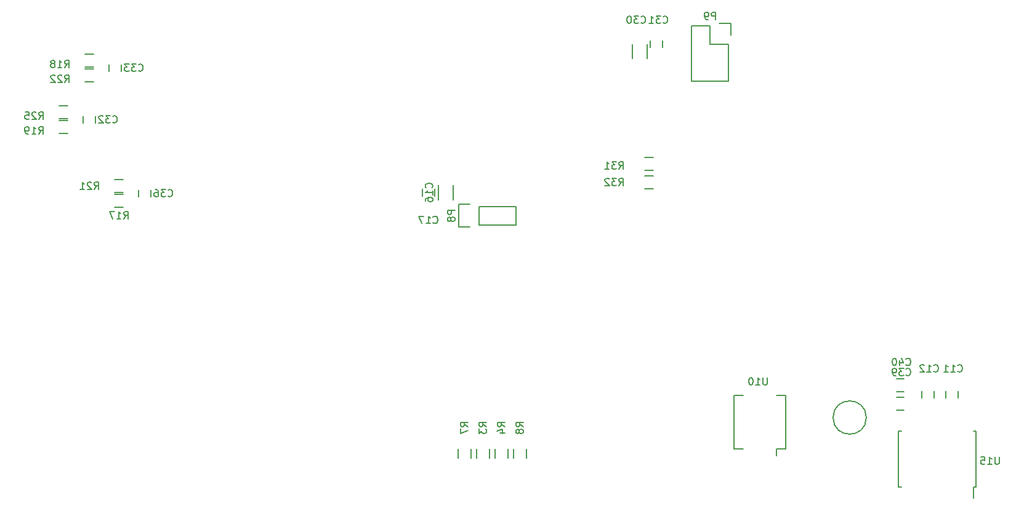
<source format=gbo>
G04 #@! TF.FileFunction,Legend,Bot*
%FSLAX46Y46*%
G04 Gerber Fmt 4.6, Leading zero omitted, Abs format (unit mm)*
G04 Created by KiCad (PCBNEW (2015-06-14 BZR 5748)-product) date Monday, August 03, 2015 'AMt' 10:40:36 AM*
%MOMM*%
G01*
G04 APERTURE LIST*
%ADD10C,0.100000*%
%ADD11C,0.150000*%
G04 APERTURE END LIST*
D10*
D11*
X249516000Y-72906000D02*
X249516000Y-73906000D01*
X247816000Y-73906000D02*
X247816000Y-72906000D01*
X246214000Y-72906000D02*
X246214000Y-73906000D01*
X244514000Y-73906000D02*
X244514000Y-72906000D01*
X175807000Y-46093000D02*
X175807000Y-45093000D01*
X177507000Y-45093000D02*
X177507000Y-46093000D01*
X204715000Y-27162000D02*
X204715000Y-25162000D01*
X206765000Y-25162000D02*
X206765000Y-27162000D01*
X207176000Y-25646000D02*
X207176000Y-24646000D01*
X208876000Y-24646000D02*
X208876000Y-25646000D01*
X129198000Y-36060000D02*
X129198000Y-35060000D01*
X130898000Y-35060000D02*
X130898000Y-36060000D01*
X134454000Y-27948000D02*
X134454000Y-28948000D01*
X132754000Y-28948000D02*
X132754000Y-27948000D01*
X136818000Y-46220000D02*
X136818000Y-45220000D01*
X138518000Y-45220000D02*
X138518000Y-46220000D01*
X217932000Y-25146000D02*
X217932000Y-30226000D01*
X218212000Y-22326000D02*
X216662000Y-22326000D01*
X215392000Y-22606000D02*
X215392000Y-25146000D01*
X215392000Y-25146000D02*
X217932000Y-25146000D01*
X217932000Y-30226000D02*
X212852000Y-30226000D01*
X212852000Y-30226000D02*
X212852000Y-25146000D01*
X218212000Y-22326000D02*
X218212000Y-23876000D01*
X212852000Y-22606000D02*
X215392000Y-22606000D01*
X212852000Y-25146000D02*
X212852000Y-22606000D01*
X185025000Y-82134000D02*
X185025000Y-80934000D01*
X183275000Y-80934000D02*
X183275000Y-82134000D01*
X187565000Y-82134000D02*
X187565000Y-80934000D01*
X185815000Y-80934000D02*
X185815000Y-82134000D01*
X180735000Y-80934000D02*
X180735000Y-82134000D01*
X182485000Y-82134000D02*
X182485000Y-80934000D01*
X188355000Y-80934000D02*
X188355000Y-82134000D01*
X190105000Y-82134000D02*
X190105000Y-80934000D01*
X133512000Y-47611000D02*
X134712000Y-47611000D01*
X134712000Y-45861000D02*
X133512000Y-45861000D01*
X129448000Y-28307000D02*
X130648000Y-28307000D01*
X130648000Y-26557000D02*
X129448000Y-26557000D01*
X125892000Y-37451000D02*
X127092000Y-37451000D01*
X127092000Y-35701000D02*
X125892000Y-35701000D01*
X133512000Y-45579000D02*
X134712000Y-45579000D01*
X134712000Y-43829000D02*
X133512000Y-43829000D01*
X129448000Y-30339000D02*
X130648000Y-30339000D01*
X130648000Y-28589000D02*
X129448000Y-28589000D01*
X125892000Y-35419000D02*
X127092000Y-35419000D01*
X127092000Y-33669000D02*
X125892000Y-33669000D01*
X207610000Y-40781000D02*
X206410000Y-40781000D01*
X206410000Y-42531000D02*
X207610000Y-42531000D01*
X207610000Y-43321000D02*
X206410000Y-43321000D01*
X206410000Y-45071000D02*
X207610000Y-45071000D01*
X225815000Y-80891000D02*
X224545000Y-80891000D01*
X225815000Y-73541000D02*
X224545000Y-73541000D01*
X218685000Y-73541000D02*
X219955000Y-73541000D01*
X218685000Y-80891000D02*
X219955000Y-80891000D01*
X225815000Y-80891000D02*
X225815000Y-73541000D01*
X218685000Y-80891000D02*
X218685000Y-73541000D01*
X224545000Y-80891000D02*
X224545000Y-81826000D01*
X183642000Y-47498000D02*
X188722000Y-47498000D01*
X188722000Y-47498000D02*
X188722000Y-50038000D01*
X188722000Y-50038000D02*
X183642000Y-50038000D01*
X180822000Y-50318000D02*
X182372000Y-50318000D01*
X183642000Y-50038000D02*
X183642000Y-47498000D01*
X182372000Y-47218000D02*
X180822000Y-47218000D01*
X180822000Y-47218000D02*
X180822000Y-50318000D01*
X241054000Y-73826000D02*
X242054000Y-73826000D01*
X242054000Y-75526000D02*
X241054000Y-75526000D01*
X241054000Y-71286000D02*
X242054000Y-71286000D01*
X242054000Y-72986000D02*
X241054000Y-72986000D01*
X251959000Y-86171000D02*
X251604000Y-86171000D01*
X251959000Y-78421000D02*
X251604000Y-78421000D01*
X241309000Y-78421000D02*
X241664000Y-78421000D01*
X241309000Y-86171000D02*
X241664000Y-86171000D01*
X251959000Y-86171000D02*
X251959000Y-78421000D01*
X241309000Y-86171000D02*
X241309000Y-78421000D01*
X251604000Y-86171000D02*
X251604000Y-87696000D01*
X178045000Y-46593000D02*
X178045000Y-44593000D01*
X180095000Y-44593000D02*
X180095000Y-46593000D01*
X236855000Y-76581000D02*
G75*
G03X236855000Y-76581000I-2286000J0D01*
G01*
X249435857Y-70207143D02*
X249483476Y-70254762D01*
X249626333Y-70302381D01*
X249721571Y-70302381D01*
X249864429Y-70254762D01*
X249959667Y-70159524D01*
X250007286Y-70064286D01*
X250054905Y-69873810D01*
X250054905Y-69730952D01*
X250007286Y-69540476D01*
X249959667Y-69445238D01*
X249864429Y-69350000D01*
X249721571Y-69302381D01*
X249626333Y-69302381D01*
X249483476Y-69350000D01*
X249435857Y-69397619D01*
X248483476Y-70302381D02*
X249054905Y-70302381D01*
X248769191Y-70302381D02*
X248769191Y-69302381D01*
X248864429Y-69445238D01*
X248959667Y-69540476D01*
X249054905Y-69588095D01*
X247531095Y-70302381D02*
X248102524Y-70302381D01*
X247816810Y-70302381D02*
X247816810Y-69302381D01*
X247912048Y-69445238D01*
X248007286Y-69540476D01*
X248102524Y-69588095D01*
X246133857Y-70207143D02*
X246181476Y-70254762D01*
X246324333Y-70302381D01*
X246419571Y-70302381D01*
X246562429Y-70254762D01*
X246657667Y-70159524D01*
X246705286Y-70064286D01*
X246752905Y-69873810D01*
X246752905Y-69730952D01*
X246705286Y-69540476D01*
X246657667Y-69445238D01*
X246562429Y-69350000D01*
X246419571Y-69302381D01*
X246324333Y-69302381D01*
X246181476Y-69350000D01*
X246133857Y-69397619D01*
X245181476Y-70302381D02*
X245752905Y-70302381D01*
X245467191Y-70302381D02*
X245467191Y-69302381D01*
X245562429Y-69445238D01*
X245657667Y-69540476D01*
X245752905Y-69588095D01*
X244800524Y-69397619D02*
X244752905Y-69350000D01*
X244657667Y-69302381D01*
X244419571Y-69302381D01*
X244324333Y-69350000D01*
X244276714Y-69397619D01*
X244229095Y-69492857D01*
X244229095Y-69588095D01*
X244276714Y-69730952D01*
X244848143Y-70302381D01*
X244229095Y-70302381D01*
X177299857Y-49760143D02*
X177347476Y-49807762D01*
X177490333Y-49855381D01*
X177585571Y-49855381D01*
X177728429Y-49807762D01*
X177823667Y-49712524D01*
X177871286Y-49617286D01*
X177918905Y-49426810D01*
X177918905Y-49283952D01*
X177871286Y-49093476D01*
X177823667Y-48998238D01*
X177728429Y-48903000D01*
X177585571Y-48855381D01*
X177490333Y-48855381D01*
X177347476Y-48903000D01*
X177299857Y-48950619D01*
X176347476Y-49855381D02*
X176918905Y-49855381D01*
X176633191Y-49855381D02*
X176633191Y-48855381D01*
X176728429Y-48998238D01*
X176823667Y-49093476D01*
X176918905Y-49141095D01*
X176014143Y-48855381D02*
X175347476Y-48855381D01*
X175776048Y-49855381D01*
X205874857Y-22201143D02*
X205922476Y-22248762D01*
X206065333Y-22296381D01*
X206160571Y-22296381D01*
X206303429Y-22248762D01*
X206398667Y-22153524D01*
X206446286Y-22058286D01*
X206493905Y-21867810D01*
X206493905Y-21724952D01*
X206446286Y-21534476D01*
X206398667Y-21439238D01*
X206303429Y-21344000D01*
X206160571Y-21296381D01*
X206065333Y-21296381D01*
X205922476Y-21344000D01*
X205874857Y-21391619D01*
X205541524Y-21296381D02*
X204922476Y-21296381D01*
X205255810Y-21677333D01*
X205112952Y-21677333D01*
X205017714Y-21724952D01*
X204970095Y-21772571D01*
X204922476Y-21867810D01*
X204922476Y-22105905D01*
X204970095Y-22201143D01*
X205017714Y-22248762D01*
X205112952Y-22296381D01*
X205398667Y-22296381D01*
X205493905Y-22248762D01*
X205541524Y-22201143D01*
X204303429Y-21296381D02*
X204208190Y-21296381D01*
X204112952Y-21344000D01*
X204065333Y-21391619D01*
X204017714Y-21486857D01*
X203970095Y-21677333D01*
X203970095Y-21915429D01*
X204017714Y-22105905D01*
X204065333Y-22201143D01*
X204112952Y-22248762D01*
X204208190Y-22296381D01*
X204303429Y-22296381D01*
X204398667Y-22248762D01*
X204446286Y-22201143D01*
X204493905Y-22105905D01*
X204541524Y-21915429D01*
X204541524Y-21677333D01*
X204493905Y-21486857D01*
X204446286Y-21391619D01*
X204398667Y-21344000D01*
X204303429Y-21296381D01*
X208922857Y-22201143D02*
X208970476Y-22248762D01*
X209113333Y-22296381D01*
X209208571Y-22296381D01*
X209351429Y-22248762D01*
X209446667Y-22153524D01*
X209494286Y-22058286D01*
X209541905Y-21867810D01*
X209541905Y-21724952D01*
X209494286Y-21534476D01*
X209446667Y-21439238D01*
X209351429Y-21344000D01*
X209208571Y-21296381D01*
X209113333Y-21296381D01*
X208970476Y-21344000D01*
X208922857Y-21391619D01*
X208589524Y-21296381D02*
X207970476Y-21296381D01*
X208303810Y-21677333D01*
X208160952Y-21677333D01*
X208065714Y-21724952D01*
X208018095Y-21772571D01*
X207970476Y-21867810D01*
X207970476Y-22105905D01*
X208018095Y-22201143D01*
X208065714Y-22248762D01*
X208160952Y-22296381D01*
X208446667Y-22296381D01*
X208541905Y-22248762D01*
X208589524Y-22201143D01*
X207018095Y-22296381D02*
X207589524Y-22296381D01*
X207303810Y-22296381D02*
X207303810Y-21296381D01*
X207399048Y-21439238D01*
X207494286Y-21534476D01*
X207589524Y-21582095D01*
X133230857Y-35917143D02*
X133278476Y-35964762D01*
X133421333Y-36012381D01*
X133516571Y-36012381D01*
X133659429Y-35964762D01*
X133754667Y-35869524D01*
X133802286Y-35774286D01*
X133849905Y-35583810D01*
X133849905Y-35440952D01*
X133802286Y-35250476D01*
X133754667Y-35155238D01*
X133659429Y-35060000D01*
X133516571Y-35012381D01*
X133421333Y-35012381D01*
X133278476Y-35060000D01*
X133230857Y-35107619D01*
X132897524Y-35012381D02*
X132278476Y-35012381D01*
X132611810Y-35393333D01*
X132468952Y-35393333D01*
X132373714Y-35440952D01*
X132326095Y-35488571D01*
X132278476Y-35583810D01*
X132278476Y-35821905D01*
X132326095Y-35917143D01*
X132373714Y-35964762D01*
X132468952Y-36012381D01*
X132754667Y-36012381D01*
X132849905Y-35964762D01*
X132897524Y-35917143D01*
X131897524Y-35107619D02*
X131849905Y-35060000D01*
X131754667Y-35012381D01*
X131516571Y-35012381D01*
X131421333Y-35060000D01*
X131373714Y-35107619D01*
X131326095Y-35202857D01*
X131326095Y-35298095D01*
X131373714Y-35440952D01*
X131945143Y-36012381D01*
X131326095Y-36012381D01*
X136786857Y-28805143D02*
X136834476Y-28852762D01*
X136977333Y-28900381D01*
X137072571Y-28900381D01*
X137215429Y-28852762D01*
X137310667Y-28757524D01*
X137358286Y-28662286D01*
X137405905Y-28471810D01*
X137405905Y-28328952D01*
X137358286Y-28138476D01*
X137310667Y-28043238D01*
X137215429Y-27948000D01*
X137072571Y-27900381D01*
X136977333Y-27900381D01*
X136834476Y-27948000D01*
X136786857Y-27995619D01*
X136453524Y-27900381D02*
X135834476Y-27900381D01*
X136167810Y-28281333D01*
X136024952Y-28281333D01*
X135929714Y-28328952D01*
X135882095Y-28376571D01*
X135834476Y-28471810D01*
X135834476Y-28709905D01*
X135882095Y-28805143D01*
X135929714Y-28852762D01*
X136024952Y-28900381D01*
X136310667Y-28900381D01*
X136405905Y-28852762D01*
X136453524Y-28805143D01*
X135501143Y-27900381D02*
X134882095Y-27900381D01*
X135215429Y-28281333D01*
X135072571Y-28281333D01*
X134977333Y-28328952D01*
X134929714Y-28376571D01*
X134882095Y-28471810D01*
X134882095Y-28709905D01*
X134929714Y-28805143D01*
X134977333Y-28852762D01*
X135072571Y-28900381D01*
X135358286Y-28900381D01*
X135453524Y-28852762D01*
X135501143Y-28805143D01*
X140850857Y-46077143D02*
X140898476Y-46124762D01*
X141041333Y-46172381D01*
X141136571Y-46172381D01*
X141279429Y-46124762D01*
X141374667Y-46029524D01*
X141422286Y-45934286D01*
X141469905Y-45743810D01*
X141469905Y-45600952D01*
X141422286Y-45410476D01*
X141374667Y-45315238D01*
X141279429Y-45220000D01*
X141136571Y-45172381D01*
X141041333Y-45172381D01*
X140898476Y-45220000D01*
X140850857Y-45267619D01*
X140517524Y-45172381D02*
X139898476Y-45172381D01*
X140231810Y-45553333D01*
X140088952Y-45553333D01*
X139993714Y-45600952D01*
X139946095Y-45648571D01*
X139898476Y-45743810D01*
X139898476Y-45981905D01*
X139946095Y-46077143D01*
X139993714Y-46124762D01*
X140088952Y-46172381D01*
X140374667Y-46172381D01*
X140469905Y-46124762D01*
X140517524Y-46077143D01*
X139041333Y-45172381D02*
X139231810Y-45172381D01*
X139327048Y-45220000D01*
X139374667Y-45267619D01*
X139469905Y-45410476D01*
X139517524Y-45600952D01*
X139517524Y-45981905D01*
X139469905Y-46077143D01*
X139422286Y-46124762D01*
X139327048Y-46172381D01*
X139136571Y-46172381D01*
X139041333Y-46124762D01*
X138993714Y-46077143D01*
X138946095Y-45981905D01*
X138946095Y-45743810D01*
X138993714Y-45648571D01*
X139041333Y-45600952D01*
X139136571Y-45553333D01*
X139327048Y-45553333D01*
X139422286Y-45600952D01*
X139469905Y-45648571D01*
X139517524Y-45743810D01*
X216130095Y-21788381D02*
X216130095Y-20788381D01*
X215749142Y-20788381D01*
X215653904Y-20836000D01*
X215606285Y-20883619D01*
X215558666Y-20978857D01*
X215558666Y-21121714D01*
X215606285Y-21216952D01*
X215653904Y-21264571D01*
X215749142Y-21312190D01*
X216130095Y-21312190D01*
X215082476Y-21788381D02*
X214892000Y-21788381D01*
X214796761Y-21740762D01*
X214749142Y-21693143D01*
X214653904Y-21550286D01*
X214606285Y-21359810D01*
X214606285Y-20978857D01*
X214653904Y-20883619D01*
X214701523Y-20836000D01*
X214796761Y-20788381D01*
X214987238Y-20788381D01*
X215082476Y-20836000D01*
X215130095Y-20883619D01*
X215177714Y-20978857D01*
X215177714Y-21216952D01*
X215130095Y-21312190D01*
X215082476Y-21359810D01*
X214987238Y-21407429D01*
X214796761Y-21407429D01*
X214701523Y-21359810D01*
X214653904Y-21312190D01*
X214606285Y-21216952D01*
X184602381Y-77811334D02*
X184126190Y-77478000D01*
X184602381Y-77239905D02*
X183602381Y-77239905D01*
X183602381Y-77620858D01*
X183650000Y-77716096D01*
X183697619Y-77763715D01*
X183792857Y-77811334D01*
X183935714Y-77811334D01*
X184030952Y-77763715D01*
X184078571Y-77716096D01*
X184126190Y-77620858D01*
X184126190Y-77239905D01*
X183602381Y-78144667D02*
X183602381Y-78763715D01*
X183983333Y-78430381D01*
X183983333Y-78573239D01*
X184030952Y-78668477D01*
X184078571Y-78716096D01*
X184173810Y-78763715D01*
X184411905Y-78763715D01*
X184507143Y-78716096D01*
X184554762Y-78668477D01*
X184602381Y-78573239D01*
X184602381Y-78287524D01*
X184554762Y-78192286D01*
X184507143Y-78144667D01*
X187142381Y-77811334D02*
X186666190Y-77478000D01*
X187142381Y-77239905D02*
X186142381Y-77239905D01*
X186142381Y-77620858D01*
X186190000Y-77716096D01*
X186237619Y-77763715D01*
X186332857Y-77811334D01*
X186475714Y-77811334D01*
X186570952Y-77763715D01*
X186618571Y-77716096D01*
X186666190Y-77620858D01*
X186666190Y-77239905D01*
X186475714Y-78668477D02*
X187142381Y-78668477D01*
X186094762Y-78430381D02*
X186809048Y-78192286D01*
X186809048Y-78811334D01*
X182062381Y-77811334D02*
X181586190Y-77478000D01*
X182062381Y-77239905D02*
X181062381Y-77239905D01*
X181062381Y-77620858D01*
X181110000Y-77716096D01*
X181157619Y-77763715D01*
X181252857Y-77811334D01*
X181395714Y-77811334D01*
X181490952Y-77763715D01*
X181538571Y-77716096D01*
X181586190Y-77620858D01*
X181586190Y-77239905D01*
X181062381Y-78144667D02*
X181062381Y-78811334D01*
X182062381Y-78382762D01*
X189682381Y-77811334D02*
X189206190Y-77478000D01*
X189682381Y-77239905D02*
X188682381Y-77239905D01*
X188682381Y-77620858D01*
X188730000Y-77716096D01*
X188777619Y-77763715D01*
X188872857Y-77811334D01*
X189015714Y-77811334D01*
X189110952Y-77763715D01*
X189158571Y-77716096D01*
X189206190Y-77620858D01*
X189206190Y-77239905D01*
X189110952Y-78382762D02*
X189063333Y-78287524D01*
X189015714Y-78239905D01*
X188920476Y-78192286D01*
X188872857Y-78192286D01*
X188777619Y-78239905D01*
X188730000Y-78287524D01*
X188682381Y-78382762D01*
X188682381Y-78573239D01*
X188730000Y-78668477D01*
X188777619Y-78716096D01*
X188872857Y-78763715D01*
X188920476Y-78763715D01*
X189015714Y-78716096D01*
X189063333Y-78668477D01*
X189110952Y-78573239D01*
X189110952Y-78382762D01*
X189158571Y-78287524D01*
X189206190Y-78239905D01*
X189301429Y-78192286D01*
X189491905Y-78192286D01*
X189587143Y-78239905D01*
X189634762Y-78287524D01*
X189682381Y-78382762D01*
X189682381Y-78573239D01*
X189634762Y-78668477D01*
X189587143Y-78716096D01*
X189491905Y-78763715D01*
X189301429Y-78763715D01*
X189206190Y-78716096D01*
X189158571Y-78668477D01*
X189110952Y-78573239D01*
X134754857Y-49220381D02*
X135088191Y-48744190D01*
X135326286Y-49220381D02*
X135326286Y-48220381D01*
X134945333Y-48220381D01*
X134850095Y-48268000D01*
X134802476Y-48315619D01*
X134754857Y-48410857D01*
X134754857Y-48553714D01*
X134802476Y-48648952D01*
X134850095Y-48696571D01*
X134945333Y-48744190D01*
X135326286Y-48744190D01*
X133802476Y-49220381D02*
X134373905Y-49220381D01*
X134088191Y-49220381D02*
X134088191Y-48220381D01*
X134183429Y-48363238D01*
X134278667Y-48458476D01*
X134373905Y-48506095D01*
X133469143Y-48220381D02*
X132802476Y-48220381D01*
X133231048Y-49220381D01*
X126626857Y-28392381D02*
X126960191Y-27916190D01*
X127198286Y-28392381D02*
X127198286Y-27392381D01*
X126817333Y-27392381D01*
X126722095Y-27440000D01*
X126674476Y-27487619D01*
X126626857Y-27582857D01*
X126626857Y-27725714D01*
X126674476Y-27820952D01*
X126722095Y-27868571D01*
X126817333Y-27916190D01*
X127198286Y-27916190D01*
X125674476Y-28392381D02*
X126245905Y-28392381D01*
X125960191Y-28392381D02*
X125960191Y-27392381D01*
X126055429Y-27535238D01*
X126150667Y-27630476D01*
X126245905Y-27678095D01*
X125103048Y-27820952D02*
X125198286Y-27773333D01*
X125245905Y-27725714D01*
X125293524Y-27630476D01*
X125293524Y-27582857D01*
X125245905Y-27487619D01*
X125198286Y-27440000D01*
X125103048Y-27392381D01*
X124912571Y-27392381D01*
X124817333Y-27440000D01*
X124769714Y-27487619D01*
X124722095Y-27582857D01*
X124722095Y-27630476D01*
X124769714Y-27725714D01*
X124817333Y-27773333D01*
X124912571Y-27820952D01*
X125103048Y-27820952D01*
X125198286Y-27868571D01*
X125245905Y-27916190D01*
X125293524Y-28011429D01*
X125293524Y-28201905D01*
X125245905Y-28297143D01*
X125198286Y-28344762D01*
X125103048Y-28392381D01*
X124912571Y-28392381D01*
X124817333Y-28344762D01*
X124769714Y-28297143D01*
X124722095Y-28201905D01*
X124722095Y-28011429D01*
X124769714Y-27916190D01*
X124817333Y-27868571D01*
X124912571Y-27820952D01*
X123070857Y-37536381D02*
X123404191Y-37060190D01*
X123642286Y-37536381D02*
X123642286Y-36536381D01*
X123261333Y-36536381D01*
X123166095Y-36584000D01*
X123118476Y-36631619D01*
X123070857Y-36726857D01*
X123070857Y-36869714D01*
X123118476Y-36964952D01*
X123166095Y-37012571D01*
X123261333Y-37060190D01*
X123642286Y-37060190D01*
X122118476Y-37536381D02*
X122689905Y-37536381D01*
X122404191Y-37536381D02*
X122404191Y-36536381D01*
X122499429Y-36679238D01*
X122594667Y-36774476D01*
X122689905Y-36822095D01*
X121642286Y-37536381D02*
X121451810Y-37536381D01*
X121356571Y-37488762D01*
X121308952Y-37441143D01*
X121213714Y-37298286D01*
X121166095Y-37107810D01*
X121166095Y-36726857D01*
X121213714Y-36631619D01*
X121261333Y-36584000D01*
X121356571Y-36536381D01*
X121547048Y-36536381D01*
X121642286Y-36584000D01*
X121689905Y-36631619D01*
X121737524Y-36726857D01*
X121737524Y-36964952D01*
X121689905Y-37060190D01*
X121642286Y-37107810D01*
X121547048Y-37155429D01*
X121356571Y-37155429D01*
X121261333Y-37107810D01*
X121213714Y-37060190D01*
X121166095Y-36964952D01*
X130690857Y-45156381D02*
X131024191Y-44680190D01*
X131262286Y-45156381D02*
X131262286Y-44156381D01*
X130881333Y-44156381D01*
X130786095Y-44204000D01*
X130738476Y-44251619D01*
X130690857Y-44346857D01*
X130690857Y-44489714D01*
X130738476Y-44584952D01*
X130786095Y-44632571D01*
X130881333Y-44680190D01*
X131262286Y-44680190D01*
X130309905Y-44251619D02*
X130262286Y-44204000D01*
X130167048Y-44156381D01*
X129928952Y-44156381D01*
X129833714Y-44204000D01*
X129786095Y-44251619D01*
X129738476Y-44346857D01*
X129738476Y-44442095D01*
X129786095Y-44584952D01*
X130357524Y-45156381D01*
X129738476Y-45156381D01*
X128786095Y-45156381D02*
X129357524Y-45156381D01*
X129071810Y-45156381D02*
X129071810Y-44156381D01*
X129167048Y-44299238D01*
X129262286Y-44394476D01*
X129357524Y-44442095D01*
X126626857Y-30424381D02*
X126960191Y-29948190D01*
X127198286Y-30424381D02*
X127198286Y-29424381D01*
X126817333Y-29424381D01*
X126722095Y-29472000D01*
X126674476Y-29519619D01*
X126626857Y-29614857D01*
X126626857Y-29757714D01*
X126674476Y-29852952D01*
X126722095Y-29900571D01*
X126817333Y-29948190D01*
X127198286Y-29948190D01*
X126245905Y-29519619D02*
X126198286Y-29472000D01*
X126103048Y-29424381D01*
X125864952Y-29424381D01*
X125769714Y-29472000D01*
X125722095Y-29519619D01*
X125674476Y-29614857D01*
X125674476Y-29710095D01*
X125722095Y-29852952D01*
X126293524Y-30424381D01*
X125674476Y-30424381D01*
X125293524Y-29519619D02*
X125245905Y-29472000D01*
X125150667Y-29424381D01*
X124912571Y-29424381D01*
X124817333Y-29472000D01*
X124769714Y-29519619D01*
X124722095Y-29614857D01*
X124722095Y-29710095D01*
X124769714Y-29852952D01*
X125341143Y-30424381D01*
X124722095Y-30424381D01*
X123070857Y-35504381D02*
X123404191Y-35028190D01*
X123642286Y-35504381D02*
X123642286Y-34504381D01*
X123261333Y-34504381D01*
X123166095Y-34552000D01*
X123118476Y-34599619D01*
X123070857Y-34694857D01*
X123070857Y-34837714D01*
X123118476Y-34932952D01*
X123166095Y-34980571D01*
X123261333Y-35028190D01*
X123642286Y-35028190D01*
X122689905Y-34599619D02*
X122642286Y-34552000D01*
X122547048Y-34504381D01*
X122308952Y-34504381D01*
X122213714Y-34552000D01*
X122166095Y-34599619D01*
X122118476Y-34694857D01*
X122118476Y-34790095D01*
X122166095Y-34932952D01*
X122737524Y-35504381D01*
X122118476Y-35504381D01*
X121213714Y-34504381D02*
X121689905Y-34504381D01*
X121737524Y-34980571D01*
X121689905Y-34932952D01*
X121594667Y-34885333D01*
X121356571Y-34885333D01*
X121261333Y-34932952D01*
X121213714Y-34980571D01*
X121166095Y-35075810D01*
X121166095Y-35313905D01*
X121213714Y-35409143D01*
X121261333Y-35456762D01*
X121356571Y-35504381D01*
X121594667Y-35504381D01*
X121689905Y-35456762D01*
X121737524Y-35409143D01*
X202826857Y-42362381D02*
X203160191Y-41886190D01*
X203398286Y-42362381D02*
X203398286Y-41362381D01*
X203017333Y-41362381D01*
X202922095Y-41410000D01*
X202874476Y-41457619D01*
X202826857Y-41552857D01*
X202826857Y-41695714D01*
X202874476Y-41790952D01*
X202922095Y-41838571D01*
X203017333Y-41886190D01*
X203398286Y-41886190D01*
X202493524Y-41362381D02*
X201874476Y-41362381D01*
X202207810Y-41743333D01*
X202064952Y-41743333D01*
X201969714Y-41790952D01*
X201922095Y-41838571D01*
X201874476Y-41933810D01*
X201874476Y-42171905D01*
X201922095Y-42267143D01*
X201969714Y-42314762D01*
X202064952Y-42362381D01*
X202350667Y-42362381D01*
X202445905Y-42314762D01*
X202493524Y-42267143D01*
X200922095Y-42362381D02*
X201493524Y-42362381D01*
X201207810Y-42362381D02*
X201207810Y-41362381D01*
X201303048Y-41505238D01*
X201398286Y-41600476D01*
X201493524Y-41648095D01*
X202826857Y-44648381D02*
X203160191Y-44172190D01*
X203398286Y-44648381D02*
X203398286Y-43648381D01*
X203017333Y-43648381D01*
X202922095Y-43696000D01*
X202874476Y-43743619D01*
X202826857Y-43838857D01*
X202826857Y-43981714D01*
X202874476Y-44076952D01*
X202922095Y-44124571D01*
X203017333Y-44172190D01*
X203398286Y-44172190D01*
X202493524Y-43648381D02*
X201874476Y-43648381D01*
X202207810Y-44029333D01*
X202064952Y-44029333D01*
X201969714Y-44076952D01*
X201922095Y-44124571D01*
X201874476Y-44219810D01*
X201874476Y-44457905D01*
X201922095Y-44553143D01*
X201969714Y-44600762D01*
X202064952Y-44648381D01*
X202350667Y-44648381D01*
X202445905Y-44600762D01*
X202493524Y-44553143D01*
X201493524Y-43743619D02*
X201445905Y-43696000D01*
X201350667Y-43648381D01*
X201112571Y-43648381D01*
X201017333Y-43696000D01*
X200969714Y-43743619D01*
X200922095Y-43838857D01*
X200922095Y-43934095D01*
X200969714Y-44076952D01*
X201541143Y-44648381D01*
X200922095Y-44648381D01*
X223234095Y-71080381D02*
X223234095Y-71889905D01*
X223186476Y-71985143D01*
X223138857Y-72032762D01*
X223043619Y-72080381D01*
X222853142Y-72080381D01*
X222757904Y-72032762D01*
X222710285Y-71985143D01*
X222662666Y-71889905D01*
X222662666Y-71080381D01*
X221662666Y-72080381D02*
X222234095Y-72080381D01*
X221948381Y-72080381D02*
X221948381Y-71080381D01*
X222043619Y-71223238D01*
X222138857Y-71318476D01*
X222234095Y-71366095D01*
X221043619Y-71080381D02*
X220948380Y-71080381D01*
X220853142Y-71128000D01*
X220805523Y-71175619D01*
X220757904Y-71270857D01*
X220710285Y-71461333D01*
X220710285Y-71699429D01*
X220757904Y-71889905D01*
X220805523Y-71985143D01*
X220853142Y-72032762D01*
X220948380Y-72080381D01*
X221043619Y-72080381D01*
X221138857Y-72032762D01*
X221186476Y-71985143D01*
X221234095Y-71889905D01*
X221281714Y-71699429D01*
X221281714Y-71461333D01*
X221234095Y-71270857D01*
X221186476Y-71175619D01*
X221138857Y-71128000D01*
X221043619Y-71080381D01*
X180284381Y-48029905D02*
X179284381Y-48029905D01*
X179284381Y-48410858D01*
X179332000Y-48506096D01*
X179379619Y-48553715D01*
X179474857Y-48601334D01*
X179617714Y-48601334D01*
X179712952Y-48553715D01*
X179760571Y-48506096D01*
X179808190Y-48410858D01*
X179808190Y-48029905D01*
X179712952Y-49172762D02*
X179665333Y-49077524D01*
X179617714Y-49029905D01*
X179522476Y-48982286D01*
X179474857Y-48982286D01*
X179379619Y-49029905D01*
X179332000Y-49077524D01*
X179284381Y-49172762D01*
X179284381Y-49363239D01*
X179332000Y-49458477D01*
X179379619Y-49506096D01*
X179474857Y-49553715D01*
X179522476Y-49553715D01*
X179617714Y-49506096D01*
X179665333Y-49458477D01*
X179712952Y-49363239D01*
X179712952Y-49172762D01*
X179760571Y-49077524D01*
X179808190Y-49029905D01*
X179903429Y-48982286D01*
X180093905Y-48982286D01*
X180189143Y-49029905D01*
X180236762Y-49077524D01*
X180284381Y-49172762D01*
X180284381Y-49363239D01*
X180236762Y-49458477D01*
X180189143Y-49506096D01*
X180093905Y-49553715D01*
X179903429Y-49553715D01*
X179808190Y-49506096D01*
X179760571Y-49458477D01*
X179712952Y-49363239D01*
X242323857Y-70715143D02*
X242371476Y-70762762D01*
X242514333Y-70810381D01*
X242609571Y-70810381D01*
X242752429Y-70762762D01*
X242847667Y-70667524D01*
X242895286Y-70572286D01*
X242942905Y-70381810D01*
X242942905Y-70238952D01*
X242895286Y-70048476D01*
X242847667Y-69953238D01*
X242752429Y-69858000D01*
X242609571Y-69810381D01*
X242514333Y-69810381D01*
X242371476Y-69858000D01*
X242323857Y-69905619D01*
X241990524Y-69810381D02*
X241371476Y-69810381D01*
X241704810Y-70191333D01*
X241561952Y-70191333D01*
X241466714Y-70238952D01*
X241419095Y-70286571D01*
X241371476Y-70381810D01*
X241371476Y-70619905D01*
X241419095Y-70715143D01*
X241466714Y-70762762D01*
X241561952Y-70810381D01*
X241847667Y-70810381D01*
X241942905Y-70762762D01*
X241990524Y-70715143D01*
X240895286Y-70810381D02*
X240704810Y-70810381D01*
X240609571Y-70762762D01*
X240561952Y-70715143D01*
X240466714Y-70572286D01*
X240419095Y-70381810D01*
X240419095Y-70000857D01*
X240466714Y-69905619D01*
X240514333Y-69858000D01*
X240609571Y-69810381D01*
X240800048Y-69810381D01*
X240895286Y-69858000D01*
X240942905Y-69905619D01*
X240990524Y-70000857D01*
X240990524Y-70238952D01*
X240942905Y-70334190D01*
X240895286Y-70381810D01*
X240800048Y-70429429D01*
X240609571Y-70429429D01*
X240514333Y-70381810D01*
X240466714Y-70334190D01*
X240419095Y-70238952D01*
X242323857Y-69318143D02*
X242371476Y-69365762D01*
X242514333Y-69413381D01*
X242609571Y-69413381D01*
X242752429Y-69365762D01*
X242847667Y-69270524D01*
X242895286Y-69175286D01*
X242942905Y-68984810D01*
X242942905Y-68841952D01*
X242895286Y-68651476D01*
X242847667Y-68556238D01*
X242752429Y-68461000D01*
X242609571Y-68413381D01*
X242514333Y-68413381D01*
X242371476Y-68461000D01*
X242323857Y-68508619D01*
X241466714Y-68746714D02*
X241466714Y-69413381D01*
X241704810Y-68365762D02*
X241942905Y-69080048D01*
X241323857Y-69080048D01*
X240752429Y-68413381D02*
X240657190Y-68413381D01*
X240561952Y-68461000D01*
X240514333Y-68508619D01*
X240466714Y-68603857D01*
X240419095Y-68794333D01*
X240419095Y-69032429D01*
X240466714Y-69222905D01*
X240514333Y-69318143D01*
X240561952Y-69365762D01*
X240657190Y-69413381D01*
X240752429Y-69413381D01*
X240847667Y-69365762D01*
X240895286Y-69318143D01*
X240942905Y-69222905D01*
X240990524Y-69032429D01*
X240990524Y-68794333D01*
X240942905Y-68603857D01*
X240895286Y-68508619D01*
X240847667Y-68461000D01*
X240752429Y-68413381D01*
X255111095Y-82002381D02*
X255111095Y-82811905D01*
X255063476Y-82907143D01*
X255015857Y-82954762D01*
X254920619Y-83002381D01*
X254730142Y-83002381D01*
X254634904Y-82954762D01*
X254587285Y-82907143D01*
X254539666Y-82811905D01*
X254539666Y-82002381D01*
X253539666Y-83002381D02*
X254111095Y-83002381D01*
X253825381Y-83002381D02*
X253825381Y-82002381D01*
X253920619Y-82145238D01*
X254015857Y-82240476D01*
X254111095Y-82288095D01*
X252634904Y-82002381D02*
X253111095Y-82002381D01*
X253158714Y-82478571D01*
X253111095Y-82430952D01*
X253015857Y-82383333D01*
X252777761Y-82383333D01*
X252682523Y-82430952D01*
X252634904Y-82478571D01*
X252587285Y-82573810D01*
X252587285Y-82811905D01*
X252634904Y-82907143D01*
X252682523Y-82954762D01*
X252777761Y-83002381D01*
X253015857Y-83002381D01*
X253111095Y-82954762D01*
X253158714Y-82907143D01*
X177127143Y-44950143D02*
X177174762Y-44902524D01*
X177222381Y-44759667D01*
X177222381Y-44664429D01*
X177174762Y-44521571D01*
X177079524Y-44426333D01*
X176984286Y-44378714D01*
X176793810Y-44331095D01*
X176650952Y-44331095D01*
X176460476Y-44378714D01*
X176365238Y-44426333D01*
X176270000Y-44521571D01*
X176222381Y-44664429D01*
X176222381Y-44759667D01*
X176270000Y-44902524D01*
X176317619Y-44950143D01*
X177222381Y-45902524D02*
X177222381Y-45331095D01*
X177222381Y-45616809D02*
X176222381Y-45616809D01*
X176365238Y-45521571D01*
X176460476Y-45426333D01*
X176508095Y-45331095D01*
X176222381Y-46759667D02*
X176222381Y-46569190D01*
X176270000Y-46473952D01*
X176317619Y-46426333D01*
X176460476Y-46331095D01*
X176650952Y-46283476D01*
X177031905Y-46283476D01*
X177127143Y-46331095D01*
X177174762Y-46378714D01*
X177222381Y-46473952D01*
X177222381Y-46664429D01*
X177174762Y-46759667D01*
X177127143Y-46807286D01*
X177031905Y-46854905D01*
X176793810Y-46854905D01*
X176698571Y-46807286D01*
X176650952Y-46759667D01*
X176603333Y-46664429D01*
X176603333Y-46473952D01*
X176650952Y-46378714D01*
X176698571Y-46331095D01*
X176793810Y-46283476D01*
M02*

</source>
